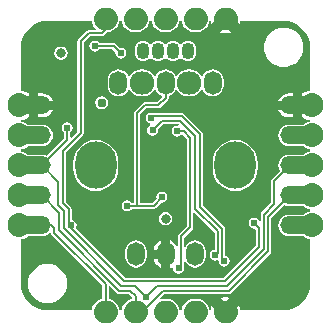
<source format=gtl>
G04*
G04 #@! TF.GenerationSoftware,Altium Limited,Altium Designer,18.1.6 (161)*
G04*
G04 Layer_Physical_Order=1*
G04 Layer_Color=255*
%FSLAX25Y25*%
%MOIN*%
G70*
G01*
G75*
%ADD11C,0.00800*%
%ADD26C,0.03937*%
%ADD27O,0.11811X0.05906*%
%ADD28O,0.04331X0.05512*%
%ADD29O,0.05900X0.07800*%
%ADD30O,0.08100X0.07800*%
%ADD31O,0.13780X0.15748*%
%ADD32O,0.08000X0.07500*%
%ADD33O,0.07500X0.08000*%
%ADD34C,0.02400*%
%ADD35C,0.03200*%
%ADD36C,0.03100*%
G36*
X41094Y48035D02*
X42751Y47533D01*
X44279Y46716D01*
X45617Y45617D01*
X46716Y44279D01*
X47533Y42751D01*
X48035Y41094D01*
X48201Y39411D01*
X48193Y39370D01*
Y24961D01*
X47560Y24878D01*
X46404Y24399D01*
X45867Y23987D01*
X45594D01*
Y20000D01*
Y16013D01*
X45867D01*
X46404Y15601D01*
X47560Y15122D01*
X48106Y15050D01*
Y14546D01*
X47664Y14488D01*
X46606Y14050D01*
X45998Y13583D01*
X41142D01*
X40214Y13461D01*
X39350Y13103D01*
X38608Y12534D01*
X38038Y11792D01*
X37680Y10927D01*
X37558Y10000D01*
X37680Y9072D01*
X38038Y8208D01*
X38608Y7466D01*
X39350Y6897D01*
X40214Y6539D01*
X41142Y6417D01*
X45998D01*
X46606Y5950D01*
X47664Y5512D01*
X48193Y5442D01*
Y4558D01*
X47664Y4488D01*
X46606Y4050D01*
X45998Y3583D01*
X41142D01*
X40214Y3461D01*
X39350Y3103D01*
X38608Y2534D01*
X38038Y1792D01*
X37680Y927D01*
X37558Y0D01*
X37680Y-927D01*
X38038Y-1792D01*
X38067Y-1829D01*
X35500Y-4397D01*
X35278Y-4728D01*
X35201Y-5118D01*
Y-12433D01*
X31956Y-15678D01*
X31735Y-16008D01*
X31658Y-16399D01*
Y-18405D01*
X31158Y-18491D01*
X30825Y-17994D01*
X30230Y-17596D01*
X29528Y-17456D01*
X28825Y-17596D01*
X28230Y-17994D01*
X27832Y-18589D01*
X27692Y-19291D01*
X27832Y-19994D01*
X28230Y-20589D01*
X28825Y-20987D01*
X29528Y-21127D01*
X29622Y-21108D01*
X30058Y-21482D01*
Y-26768D01*
X19263Y-37563D01*
X-13279D01*
X-29936Y-20905D01*
X-29801Y-20702D01*
X-29661Y-20000D01*
X-29801Y-19298D01*
X-30198Y-18702D01*
X-30794Y-18304D01*
X-31277Y-18208D01*
Y-14448D01*
X-31354Y-14058D01*
X-31575Y-13727D01*
X-33099Y-12203D01*
Y4534D01*
X-27626Y10008D01*
X-27404Y10339D01*
X-27327Y10729D01*
Y40916D01*
X-25128Y43115D01*
X-21220D01*
X-20830Y43193D01*
X-20499Y43414D01*
X-19462Y44450D01*
X-18614Y44562D01*
X-17556Y45000D01*
X-16647Y45698D01*
X-15950Y46606D01*
X-15512Y47664D01*
X-15442Y48193D01*
X-14558D01*
X-14488Y47664D01*
X-14050Y46606D01*
X-13352Y45698D01*
X-12444Y45000D01*
X-11386Y44562D01*
X-10250Y44412D01*
X-9750D01*
X-8614Y44562D01*
X-7556Y45000D01*
X-6647Y45698D01*
X-5950Y46606D01*
X-5512Y47664D01*
X-5442Y48193D01*
X-4558D01*
X-4488Y47664D01*
X-4050Y46606D01*
X-3353Y45698D01*
X-2444Y45000D01*
X-1386Y44562D01*
X-250Y44412D01*
X250D01*
X1386Y44562D01*
X2444Y45000D01*
X3353Y45698D01*
X4050Y46606D01*
X4488Y47664D01*
X4558Y48193D01*
X5442D01*
X5512Y47664D01*
X5950Y46606D01*
X6647Y45698D01*
X7556Y45000D01*
X8614Y44562D01*
X9750Y44412D01*
X10250D01*
X11386Y44562D01*
X12444Y45000D01*
X13352Y45698D01*
X14050Y46606D01*
X14488Y47664D01*
X14546Y48106D01*
X15050D01*
X15122Y47560D01*
X15601Y46404D01*
X16362Y45412D01*
X17355Y44651D01*
X18510Y44172D01*
X19750Y44009D01*
X20250D01*
X21490Y44172D01*
X22646Y44651D01*
X23638Y45412D01*
X24399Y46404D01*
X24878Y47560D01*
X24961Y48193D01*
X39370D01*
X39411Y48201D01*
X41094Y48035D01*
D02*
G37*
G36*
X-39370Y48193D02*
X-24558D01*
X-24488Y47664D01*
X-24050Y46606D01*
X-23352Y45698D01*
X-23261Y45628D01*
X-23422Y45154D01*
X-25550D01*
X-25941Y45077D01*
X-26272Y44855D01*
X-29067Y42059D01*
X-29288Y41729D01*
X-29366Y41339D01*
Y11152D01*
X-31280Y9238D01*
X-31742Y9429D01*
Y11127D01*
X-31464Y11313D01*
X-31066Y11909D01*
X-30926Y12611D01*
X-31066Y13313D01*
X-31464Y13909D01*
X-32059Y14306D01*
X-32762Y14446D01*
X-33464Y14306D01*
X-34059Y13909D01*
X-34457Y13313D01*
X-34597Y12611D01*
X-34457Y11909D01*
X-34059Y11313D01*
X-33781Y11127D01*
Y8999D01*
X-39581Y3199D01*
X-40214Y3461D01*
X-41142Y3583D01*
X-45998D01*
X-46606Y4050D01*
X-47664Y4488D01*
X-48193Y4558D01*
Y5442D01*
X-47664Y5512D01*
X-46606Y5950D01*
X-45998Y6417D01*
X-41142D01*
X-40214Y6539D01*
X-39350Y6897D01*
X-38608Y7466D01*
X-38038Y8208D01*
X-37680Y9072D01*
X-37558Y10000D01*
X-37680Y10927D01*
X-38038Y11792D01*
X-38608Y12534D01*
X-39350Y13103D01*
X-40214Y13461D01*
X-41142Y13583D01*
X-45998D01*
X-46606Y14050D01*
X-47664Y14488D01*
X-48106Y14546D01*
Y15050D01*
X-47560Y15122D01*
X-46404Y15601D01*
X-45867Y16013D01*
X-45594D01*
Y20000D01*
Y23987D01*
X-45867D01*
X-46404Y24399D01*
X-47560Y24878D01*
X-48193Y24961D01*
Y39370D01*
X-48201Y39411D01*
X-48035Y41094D01*
X-47533Y42751D01*
X-46716Y44279D01*
X-45617Y45617D01*
X-44279Y46716D01*
X-42751Y47533D01*
X-41094Y48035D01*
X-39411Y48201D01*
X-39370Y48193D01*
D02*
G37*
G36*
X-16091Y-42504D02*
X-15760Y-42725D01*
X-15370Y-42802D01*
X-12126D01*
X-11020Y-43908D01*
Y-44514D01*
X-11386Y-44562D01*
X-12444Y-45000D01*
X-13352Y-45698D01*
X-14050Y-46606D01*
X-14488Y-47664D01*
X-14558Y-48193D01*
X-15442D01*
X-15512Y-47664D01*
X-15950Y-46606D01*
X-16647Y-45698D01*
X-17556Y-45000D01*
X-18614Y-44562D01*
X-18980Y-44514D01*
Y-40268D01*
X-18519Y-40076D01*
X-16091Y-42504D01*
D02*
G37*
G36*
X40214Y-13461D02*
X41142Y-13583D01*
X45998D01*
X46606Y-14050D01*
X47664Y-14488D01*
X48193Y-14558D01*
Y-15442D01*
X47664Y-15512D01*
X46606Y-15950D01*
X45998Y-16417D01*
X41142D01*
X40214Y-16539D01*
X39350Y-16897D01*
X38608Y-17466D01*
X38038Y-18208D01*
X37680Y-19073D01*
X37558Y-20000D01*
X37680Y-20928D01*
X38038Y-21792D01*
X38608Y-22534D01*
X39350Y-23103D01*
X40214Y-23461D01*
X41142Y-23583D01*
X45998D01*
X46606Y-24050D01*
X47664Y-24488D01*
X48193Y-24558D01*
Y-39370D01*
X48201Y-39411D01*
X48035Y-41094D01*
X47533Y-42751D01*
X46716Y-44279D01*
X45617Y-45617D01*
X44279Y-46716D01*
X42751Y-47533D01*
X41094Y-48035D01*
X39411Y-48201D01*
X39370Y-48193D01*
X24961D01*
X24878Y-47560D01*
X24399Y-46404D01*
X23638Y-45412D01*
X22646Y-44651D01*
X21490Y-44172D01*
X20250Y-44009D01*
X19750D01*
X18510Y-44172D01*
X17355Y-44651D01*
X16362Y-45412D01*
X15601Y-46404D01*
X15122Y-47560D01*
X15050Y-48106D01*
X14546D01*
X14488Y-47664D01*
X14050Y-46606D01*
X13352Y-45698D01*
X12444Y-45000D01*
X11386Y-44562D01*
X10250Y-44412D01*
X9750D01*
X8614Y-44562D01*
X7556Y-45000D01*
X6647Y-45698D01*
X5950Y-46606D01*
X5512Y-47664D01*
X5442Y-48193D01*
X4558D01*
X4488Y-47664D01*
X4050Y-46606D01*
X3353Y-45698D01*
X2444Y-45000D01*
X1386Y-44562D01*
X250Y-44412D01*
X-250D01*
X-1386Y-44562D01*
X-1526Y-44620D01*
X-1810Y-44196D01*
X-416Y-42802D01*
X21011D01*
X21401Y-42725D01*
X21732Y-42504D01*
X34998Y-29237D01*
X35219Y-28906D01*
X35297Y-28516D01*
Y-17484D01*
X39581Y-13199D01*
X40214Y-13461D01*
D02*
G37*
G36*
X-38070Y-22654D02*
X-38038Y-22814D01*
X-37817Y-23145D01*
X-21020Y-39943D01*
Y-44514D01*
X-21386Y-44562D01*
X-22444Y-45000D01*
X-23352Y-45698D01*
X-24050Y-46606D01*
X-24488Y-47664D01*
X-24558Y-48193D01*
X-39370D01*
X-39411Y-48201D01*
X-41094Y-48035D01*
X-42751Y-47533D01*
X-44279Y-46716D01*
X-45617Y-45617D01*
X-46716Y-44279D01*
X-47533Y-42751D01*
X-48035Y-41094D01*
X-48201Y-39411D01*
X-48193Y-39370D01*
Y-24558D01*
X-47664Y-24488D01*
X-46606Y-24050D01*
X-45998Y-23583D01*
X-41142D01*
X-40214Y-23461D01*
X-39350Y-23103D01*
X-38608Y-22534D01*
X-38605Y-22530D01*
X-38070Y-22654D01*
D02*
G37*
%LPC*%
G36*
X7500Y41569D02*
X6778Y41474D01*
X6105Y41195D01*
X5528Y40752D01*
X5314Y40473D01*
X4686D01*
X4472Y40752D01*
X3895Y41195D01*
X3222Y41474D01*
X2500Y41569D01*
X1778Y41474D01*
X1105Y41195D01*
X528Y40752D01*
X314Y40473D01*
X-314D01*
X-528Y40752D01*
X-1105Y41195D01*
X-1778Y41474D01*
X-2500Y41569D01*
X-3222Y41474D01*
X-3895Y41195D01*
X-4472Y40752D01*
X-4686Y40473D01*
X-5314D01*
X-5528Y40752D01*
X-6105Y41195D01*
X-6778Y41474D01*
X-7500Y41569D01*
X-8222Y41474D01*
X-8895Y41195D01*
X-9472Y40752D01*
X-9916Y40174D01*
X-10194Y39501D01*
X-10289Y38780D01*
Y37598D01*
X-10194Y36876D01*
X-9916Y36204D01*
X-9472Y35626D01*
X-8895Y35183D01*
X-8222Y34904D01*
X-7500Y34809D01*
X-6778Y34904D01*
X-6105Y35183D01*
X-5528Y35626D01*
X-5314Y35905D01*
X-4686D01*
X-4472Y35626D01*
X-3895Y35183D01*
X-3222Y34904D01*
X-2500Y34809D01*
X-1778Y34904D01*
X-1105Y35183D01*
X-528Y35626D01*
X-314Y35905D01*
X314D01*
X528Y35626D01*
X1105Y35183D01*
X1778Y34904D01*
X2500Y34809D01*
X3222Y34904D01*
X3895Y35183D01*
X4472Y35626D01*
X4686Y35905D01*
X5314D01*
X5528Y35626D01*
X6105Y35183D01*
X6778Y34904D01*
X7500Y34809D01*
X8222Y34904D01*
X8895Y35183D01*
X9472Y35626D01*
X9916Y36204D01*
X10194Y36876D01*
X10289Y37598D01*
Y38780D01*
X10194Y39501D01*
X9916Y40174D01*
X9472Y40752D01*
X8895Y41195D01*
X8222Y41474D01*
X7500Y41569D01*
D02*
G37*
G36*
X-23556Y41599D02*
X-24258Y41459D01*
X-24853Y41061D01*
X-25251Y40466D01*
X-25391Y39764D01*
X-25251Y39061D01*
X-24853Y38466D01*
X-24258Y38068D01*
X-23556Y37929D01*
X-22853Y38068D01*
X-22258Y38466D01*
X-22072Y38744D01*
X-17745D01*
X-16731Y37730D01*
X-16796Y37402D01*
X-16656Y36699D01*
X-16258Y36104D01*
X-15663Y35706D01*
X-14961Y35566D01*
X-14258Y35706D01*
X-13663Y36104D01*
X-13265Y36699D01*
X-13125Y37402D01*
X-13265Y38104D01*
X-13663Y38699D01*
X-14258Y39097D01*
X-14961Y39237D01*
X-15289Y39172D01*
X-16602Y40485D01*
X-16933Y40706D01*
X-17323Y40783D01*
X-22072D01*
X-22258Y41061D01*
X-22853Y41459D01*
X-23556Y41599D01*
D02*
G37*
G36*
X39370Y45907D02*
X38095Y45781D01*
X36869Y45410D01*
X35738Y44805D01*
X34748Y43992D01*
X33935Y43002D01*
X33331Y41872D01*
X32959Y40645D01*
X32833Y39370D01*
X32959Y38095D01*
X33331Y36869D01*
X33935Y35738D01*
X34748Y34748D01*
X35738Y33935D01*
X36869Y33331D01*
X38095Y32959D01*
X39370Y32833D01*
X40645Y32959D01*
X41872Y33331D01*
X43002Y33935D01*
X43992Y34748D01*
X44805Y35738D01*
X45410Y36869D01*
X45781Y38095D01*
X45907Y39370D01*
X45781Y40645D01*
X45410Y41872D01*
X44805Y43002D01*
X43992Y43992D01*
X43002Y44805D01*
X41872Y45410D01*
X40645Y45781D01*
X39370Y45907D01*
D02*
G37*
G36*
X8024Y32098D02*
X7724D01*
X6549Y31943D01*
X5455Y31490D01*
X4515Y30768D01*
X3822Y29866D01*
X3647Y29843D01*
X3274Y29882D01*
X3101Y30299D01*
X2532Y31041D01*
X1790Y31610D01*
X927Y31968D01*
X0Y32090D01*
X-927Y31968D01*
X-1790Y31610D01*
X-2532Y31041D01*
X-3101Y30299D01*
X-3274Y29882D01*
X-3647Y29843D01*
X-3822Y29866D01*
X-4515Y30768D01*
X-5455Y31490D01*
X-6549Y31943D01*
X-7724Y32098D01*
X-8024D01*
X-9199Y31943D01*
X-10293Y31490D01*
X-11233Y30768D01*
X-11926Y29866D01*
X-12101Y29844D01*
X-12474Y29882D01*
X-12647Y30299D01*
X-13216Y31041D01*
X-13958Y31610D01*
X-14821Y31968D01*
X-15748Y32090D01*
X-16675Y31968D01*
X-17538Y31610D01*
X-18280Y31041D01*
X-18849Y30299D01*
X-19207Y29436D01*
X-19329Y28509D01*
Y26609D01*
X-19207Y25682D01*
X-18849Y24819D01*
X-18280Y24077D01*
X-17538Y23508D01*
X-16675Y23150D01*
X-15748Y23028D01*
X-14821Y23150D01*
X-13958Y23508D01*
X-13216Y24077D01*
X-12647Y24819D01*
X-12474Y25237D01*
X-12101Y25275D01*
X-11926Y25253D01*
X-11233Y24350D01*
X-10293Y23628D01*
X-9199Y23175D01*
X-8024Y23020D01*
X-7724D01*
X-6549Y23175D01*
X-5455Y23628D01*
X-4515Y24350D01*
X-3822Y25253D01*
X-3647Y25275D01*
X-3274Y25237D01*
X-3101Y24819D01*
X-2532Y24077D01*
X-1790Y23508D01*
X-1230Y23276D01*
X-1156Y22727D01*
X-2785Y21098D01*
X-6770D01*
X-7160Y21021D01*
X-7491Y20800D01*
X-10170Y18121D01*
X-10391Y17790D01*
X-10468Y17400D01*
Y-12366D01*
X-11316D01*
X-11502Y-12088D01*
X-12097Y-11690D01*
X-12800Y-11551D01*
X-13502Y-11690D01*
X-14097Y-12088D01*
X-14495Y-12684D01*
X-14635Y-13386D01*
X-14495Y-14088D01*
X-14097Y-14683D01*
X-13502Y-15081D01*
X-12800Y-15221D01*
X-12097Y-15081D01*
X-11502Y-14683D01*
X-11316Y-14405D01*
X-3962D01*
X-3572Y-14328D01*
X-3241Y-14107D01*
X-1534Y-12400D01*
X-1206Y-12465D01*
X-504Y-12325D01*
X91Y-11928D01*
X489Y-11332D01*
X629Y-10630D01*
X489Y-9928D01*
X91Y-9332D01*
X-504Y-8934D01*
X-1206Y-8795D01*
X-1909Y-8934D01*
X-2504Y-9332D01*
X-2902Y-9928D01*
X-3042Y-10630D01*
X-2976Y-10958D01*
X-4385Y-12366D01*
X-8429D01*
Y16978D01*
X-6348Y19059D01*
X-2362D01*
X-1972Y19137D01*
X-1641Y19358D01*
X721Y21720D01*
X942Y22051D01*
X1020Y22441D01*
Y23189D01*
X1790Y23508D01*
X2532Y24077D01*
X3101Y24819D01*
X3274Y25237D01*
X3647Y25275D01*
X3822Y25253D01*
X4515Y24350D01*
X5455Y23628D01*
X6549Y23175D01*
X7724Y23020D01*
X8024D01*
X9199Y23175D01*
X10293Y23628D01*
X11233Y24350D01*
X11926Y25253D01*
X12101Y25275D01*
X12474Y25237D01*
X12647Y24819D01*
X13216Y24077D01*
X13958Y23508D01*
X14821Y23150D01*
X15748Y23028D01*
X16675Y23150D01*
X17538Y23508D01*
X18280Y24077D01*
X18849Y24819D01*
X19207Y25682D01*
X19329Y26609D01*
Y28509D01*
X19207Y29436D01*
X18849Y30299D01*
X18280Y31041D01*
X17538Y31610D01*
X16675Y31968D01*
X15748Y32090D01*
X14821Y31968D01*
X13958Y31610D01*
X13216Y31041D01*
X12647Y30299D01*
X12474Y29882D01*
X12101Y29844D01*
X11926Y29866D01*
X11233Y30768D01*
X10293Y31490D01*
X9199Y31943D01*
X8024Y32098D01*
D02*
G37*
G36*
X42595Y23987D02*
X41142D01*
X40110Y23851D01*
X39148Y23453D01*
X38323Y22819D01*
X37689Y21993D01*
X37485Y21500D01*
X42595D01*
Y23987D01*
D02*
G37*
G36*
X-21260Y23058D02*
X-22099Y22891D01*
X-22810Y22416D01*
X-23285Y21705D01*
X-23452Y20866D01*
X-23285Y20027D01*
X-22810Y19316D01*
X-22099Y18841D01*
X-21260Y18674D01*
X-20421Y18841D01*
X-19710Y19316D01*
X-19235Y20027D01*
X-19068Y20866D01*
X-19235Y21705D01*
X-19710Y22416D01*
X-20421Y22891D01*
X-21260Y23058D01*
D02*
G37*
G36*
X42595Y18500D02*
X37485D01*
X37689Y18007D01*
X38323Y17181D01*
X39148Y16547D01*
X40110Y16149D01*
X41142Y16013D01*
X42595D01*
Y18500D01*
D02*
G37*
G36*
X-4724Y17583D02*
X-5427Y17444D01*
X-6022Y17046D01*
X-6420Y16450D01*
X-6560Y15748D01*
X-6420Y15046D01*
X-6022Y14450D01*
X-5427Y14052D01*
X-5134Y13994D01*
X-5066Y13667D01*
X-5082Y13474D01*
X-5628Y13109D01*
X-6026Y12513D01*
X-6166Y11811D01*
X-6026Y11109D01*
X-5628Y10513D01*
X-5033Y10115D01*
X-4331Y9976D01*
X-3628Y10115D01*
X-3033Y10513D01*
X-2635Y11109D01*
X-2495Y11811D01*
X-2561Y12139D01*
X-784Y13916D01*
X4239D01*
X4434Y13664D01*
X4152Y13210D01*
X3937Y13253D01*
X3235Y13113D01*
X2639Y12715D01*
X2241Y12120D01*
X2102Y11417D01*
X2241Y10715D01*
X2639Y10120D01*
X3235Y9722D01*
X3937Y9582D01*
X4639Y9722D01*
X5235Y10120D01*
X5240Y10128D01*
X5848Y10178D01*
X7248Y8778D01*
Y-20050D01*
X4397Y-22901D01*
X4176Y-23232D01*
X4098Y-23622D01*
Y-26844D01*
X3599Y-26943D01*
X3450Y-26586D01*
X2817Y-25760D01*
X1992Y-25127D01*
X1500Y-24923D01*
Y-29528D01*
Y-34132D01*
X1992Y-33928D01*
X2060Y-33875D01*
X2514Y-34157D01*
X2495Y-34252D01*
X2635Y-34954D01*
X3033Y-35550D01*
X3628Y-35947D01*
X4331Y-36087D01*
X5033Y-35947D01*
X5628Y-35550D01*
X6026Y-34954D01*
X6166Y-34252D01*
X6073Y-33787D01*
X6138Y-33465D01*
Y-32116D01*
X6638Y-32017D01*
X6742Y-32268D01*
X7311Y-33009D01*
X8052Y-33579D01*
X8916Y-33936D01*
X9843Y-34058D01*
X10769Y-33936D01*
X11633Y-33579D01*
X12374Y-33009D01*
X12943Y-32268D01*
X13301Y-31404D01*
X13423Y-30478D01*
Y-28578D01*
X13301Y-27651D01*
X12943Y-26787D01*
X12374Y-26046D01*
X11633Y-25477D01*
X10769Y-25119D01*
X9843Y-24997D01*
X8916Y-25119D01*
X8052Y-25477D01*
X7311Y-26046D01*
X6742Y-26787D01*
X6638Y-27038D01*
X6138Y-26939D01*
Y-24044D01*
X8989Y-21193D01*
X9210Y-20863D01*
X9287Y-20472D01*
Y-16007D01*
X9749Y-15816D01*
X16342Y-22409D01*
Y-28124D01*
X15833Y-28226D01*
X15238Y-28624D01*
X14840Y-29219D01*
X14700Y-29921D01*
X14840Y-30624D01*
X15238Y-31219D01*
X15833Y-31617D01*
X16535Y-31756D01*
X17238Y-31617D01*
X17251Y-31608D01*
X17705Y-31890D01*
X17845Y-32592D01*
X18243Y-33187D01*
X18838Y-33585D01*
X19540Y-33725D01*
X20243Y-33585D01*
X20838Y-33187D01*
X21236Y-32592D01*
X21376Y-31890D01*
X21236Y-31187D01*
X20838Y-30592D01*
X20243Y-30194D01*
X19981Y-30142D01*
Y-21324D01*
X19904Y-20934D01*
X19683Y-20603D01*
X12487Y-13408D01*
Y10480D01*
X12410Y10870D01*
X12189Y11201D01*
X6133Y17256D01*
X5802Y17477D01*
X5412Y17555D01*
X-3937D01*
X-4260Y17491D01*
X-4724Y17583D01*
D02*
G37*
G36*
X23228Y8510D02*
X21760Y8366D01*
X20348Y7937D01*
X19047Y7242D01*
X17907Y6306D01*
X16971Y5165D01*
X16275Y3864D01*
X15847Y2452D01*
X15702Y984D01*
Y-984D01*
X15847Y-2452D01*
X16275Y-3864D01*
X16971Y-5165D01*
X17907Y-6306D01*
X19047Y-7242D01*
X20348Y-7937D01*
X21760Y-8366D01*
X23228Y-8510D01*
X24697Y-8366D01*
X26108Y-7937D01*
X27410Y-7242D01*
X28550Y-6306D01*
X29486Y-5165D01*
X30182Y-3864D01*
X30610Y-2452D01*
X30754Y-984D01*
Y984D01*
X30610Y2452D01*
X30182Y3864D01*
X29486Y5165D01*
X28550Y6306D01*
X27410Y7242D01*
X26108Y7937D01*
X24697Y8366D01*
X23228Y8510D01*
D02*
G37*
G36*
X-23228D02*
X-24697Y8366D01*
X-26108Y7937D01*
X-27410Y7242D01*
X-28550Y6306D01*
X-29486Y5165D01*
X-30182Y3864D01*
X-30610Y2452D01*
X-30754Y984D01*
Y-984D01*
X-30610Y-2452D01*
X-30182Y-3864D01*
X-29486Y-5165D01*
X-28550Y-6306D01*
X-27410Y-7242D01*
X-26108Y-7937D01*
X-24697Y-8366D01*
X-23228Y-8510D01*
X-21760Y-8366D01*
X-20348Y-7937D01*
X-19047Y-7242D01*
X-17907Y-6306D01*
X-16971Y-5165D01*
X-16275Y-3864D01*
X-15847Y-2452D01*
X-15702Y-984D01*
Y984D01*
X-15847Y2452D01*
X-16275Y3864D01*
X-16971Y5165D01*
X-17907Y6306D01*
X-19047Y7242D01*
X-20348Y7937D01*
X-21760Y8366D01*
X-23228Y8510D01*
D02*
G37*
G36*
X0Y-15473D02*
X-858Y-15644D01*
X-1586Y-16130D01*
X-2072Y-16858D01*
X-2243Y-17717D01*
X-2072Y-18575D01*
X-1586Y-19303D01*
X-858Y-19789D01*
X0Y-19960D01*
X858Y-19789D01*
X1586Y-19303D01*
X2072Y-18575D01*
X2243Y-17717D01*
X2072Y-16858D01*
X1586Y-16130D01*
X858Y-15644D01*
X0Y-15473D01*
D02*
G37*
G36*
X-1500Y-24923D02*
X-1992Y-25127D01*
X-2817Y-25760D01*
X-3450Y-26586D01*
X-3848Y-27546D01*
X-3912Y-28028D01*
X-1500D01*
Y-24923D01*
D02*
G37*
G36*
X-9843Y-24997D02*
X-10769Y-25119D01*
X-11633Y-25477D01*
X-12374Y-26046D01*
X-12943Y-26787D01*
X-13301Y-27651D01*
X-13423Y-28578D01*
Y-30478D01*
X-13301Y-31404D01*
X-12943Y-32268D01*
X-12374Y-33009D01*
X-11633Y-33579D01*
X-10769Y-33936D01*
X-9843Y-34058D01*
X-8916Y-33936D01*
X-8052Y-33579D01*
X-7311Y-33009D01*
X-6742Y-32268D01*
X-6384Y-31404D01*
X-6262Y-30478D01*
Y-28578D01*
X-6384Y-27651D01*
X-6742Y-26787D01*
X-7311Y-26046D01*
X-8052Y-25477D01*
X-8916Y-25119D01*
X-9843Y-24997D01*
D02*
G37*
G36*
X-1500Y-31028D02*
X-3912D01*
X-3848Y-31509D01*
X-3450Y-32470D01*
X-2817Y-33295D01*
X-1992Y-33928D01*
X-1500Y-34132D01*
Y-31028D01*
D02*
G37*
G36*
X-34843Y39645D02*
X-35701Y39474D01*
X-36429Y38988D01*
X-36915Y38260D01*
X-37086Y37402D01*
X-36915Y36543D01*
X-36429Y35816D01*
X-35701Y35329D01*
X-34843Y35159D01*
X-33984Y35329D01*
X-33256Y35816D01*
X-32770Y36543D01*
X-32599Y37402D01*
X-32770Y38260D01*
X-33256Y38988D01*
X-33984Y39474D01*
X-34843Y39645D01*
D02*
G37*
G36*
X-41142Y23987D02*
X-42595D01*
Y21500D01*
X-37485D01*
X-37689Y21993D01*
X-38323Y22819D01*
X-39148Y23453D01*
X-40110Y23851D01*
X-41142Y23987D01*
D02*
G37*
G36*
X-37485Y18500D02*
X-42595D01*
Y16013D01*
X-41142D01*
X-40110Y16149D01*
X-39148Y16547D01*
X-38323Y17181D01*
X-37689Y18007D01*
X-37485Y18500D01*
D02*
G37*
G36*
X-39370Y-32833D02*
X-40645Y-32959D01*
X-41872Y-33331D01*
X-43002Y-33935D01*
X-43992Y-34748D01*
X-44805Y-35738D01*
X-45410Y-36869D01*
X-45781Y-38095D01*
X-45907Y-39370D01*
X-45781Y-40645D01*
X-45410Y-41872D01*
X-44805Y-43002D01*
X-43992Y-43992D01*
X-43002Y-44805D01*
X-41872Y-45410D01*
X-40645Y-45781D01*
X-39370Y-45907D01*
X-38095Y-45781D01*
X-36869Y-45410D01*
X-35738Y-44805D01*
X-34748Y-43992D01*
X-33935Y-43002D01*
X-33331Y-41872D01*
X-32959Y-40645D01*
X-32833Y-39370D01*
X-32959Y-38095D01*
X-33331Y-36869D01*
X-33935Y-35738D01*
X-34748Y-34748D01*
X-35738Y-33935D01*
X-36869Y-33331D01*
X-38095Y-32959D01*
X-39370Y-32833D01*
D02*
G37*
%LPD*%
D11*
X8268Y-20472D02*
Y9200D01*
X6051Y11417D02*
X8268Y9200D01*
X3937Y11417D02*
X6051D01*
X-10236Y-40183D02*
X-6578Y-43841D01*
X-2920Y-40183D01*
X-7855Y-48800D02*
X-838Y-41783D01*
X18962Y-30889D02*
Y-21324D01*
X18898Y-30953D02*
X18962Y-30889D01*
X18898Y-31247D02*
Y-30953D01*
X11468Y-13830D02*
X18962Y-21324D01*
X18898Y-31247D02*
X19540Y-31890D01*
X16535Y-29921D02*
X17362Y-29095D01*
X9868Y-14493D02*
X17362Y-21987D01*
Y-29095D02*
Y-21987D01*
X5118Y-23622D02*
X8268Y-20472D01*
X5118Y-33465D02*
Y-23622D01*
X4331Y-34252D02*
X5118Y-33465D01*
X-13701Y-38583D02*
X19685D01*
X-2920Y-40183D02*
X20348D01*
X-838Y-41783D02*
X21011D01*
X-28346Y10729D02*
Y41339D01*
X-34119Y4957D02*
X-28346Y10729D01*
X-34119Y-12625D02*
Y4957D01*
X-32762Y8577D02*
Y12611D01*
X-41339Y0D02*
X-32762Y8577D01*
X-6770Y20079D02*
X-2362D01*
X-9449Y17400D02*
X-6770Y20079D01*
X-9449Y-13386D02*
Y17400D01*
X-2362Y20079D02*
X0Y22441D01*
X-37096Y-22424D02*
X-20000Y-39520D01*
X-37096Y-22424D02*
Y-20973D01*
X-20000Y-48800D02*
Y-39520D01*
X-34119Y-12625D02*
X-32296Y-14448D01*
Y-19200D02*
Y-14448D01*
Y-19200D02*
X-31496Y-20000D01*
X-33896Y-20994D02*
Y-15180D01*
X-35827Y-13249D02*
X-33896Y-15180D01*
X-41339Y-10000D02*
X-35496Y-15843D01*
Y-21657D02*
Y-15843D01*
X-10000Y-47613D02*
Y-43486D01*
X-11703Y-41783D02*
X-10000Y-43486D01*
X-15370Y-41783D02*
X-11703D01*
X-35496Y-21657D02*
X-15370Y-41783D01*
X-14707Y-40183D02*
X-10236D01*
X-31496Y-20787D02*
X-13701Y-38583D01*
X-38069Y-20000D02*
X-37096Y-20973D01*
X-33896Y-20994D02*
X-14707Y-40183D01*
X-31496Y-20787D02*
Y-20000D01*
X-28346Y41339D02*
X-25550Y44135D01*
X36220Y-5118D02*
X41339Y0D01*
X36220Y-12855D02*
Y-5118D01*
X32677Y-16399D02*
X36220Y-12855D01*
X32677Y-27853D02*
Y-16399D01*
X34277Y-17061D02*
X41339Y-10000D01*
X34277Y-28516D02*
Y-17061D01*
X-12800Y-13386D02*
X-9449D01*
X-3962D01*
X-1206Y-10630D01*
X0Y22441D02*
Y27559D01*
X29528Y-19291D02*
X31077Y-20841D01*
Y-27191D02*
Y-20841D01*
X20348Y-40183D02*
X32677Y-27853D01*
X21011Y-41783D02*
X34277Y-28516D01*
X-20000Y45354D02*
Y48800D01*
X-21220Y44135D02*
X-20000Y45354D01*
X-25550Y44135D02*
X-21220D01*
X19685Y-38583D02*
X31077Y-27191D01*
X-10000Y-48800D02*
X-7855D01*
X-23556Y39764D02*
X-17323D01*
X-14961Y37402D01*
X-41339Y0D02*
X-35827Y-5512D01*
Y-13249D02*
Y-5512D01*
X9868Y-14493D02*
Y9817D01*
X11468Y-13830D02*
Y10480D01*
X5412Y16535D02*
X11468Y10480D01*
X4750Y14935D02*
X9868Y9817D01*
X-4331Y11811D02*
X-1206Y14935D01*
X-41339Y-20000D02*
X-38069D01*
X-41339Y-21455D02*
Y-20000D01*
X-1206Y14935D02*
X4750D01*
X-3937Y16535D02*
X5412D01*
X-4724Y15748D02*
X-3937Y16535D01*
D26*
X16402Y-45236D02*
X19894Y-48727D01*
X23617Y-45005D01*
X20000Y48800D02*
X24082Y44718D01*
X16287Y45087D02*
X20000Y48800D01*
D27*
X44094Y20000D02*
D03*
Y10000D02*
D03*
Y0D02*
D03*
Y-10000D02*
D03*
Y-20000D02*
D03*
X-44094D02*
D03*
Y-10000D02*
D03*
Y0D02*
D03*
Y10000D02*
D03*
Y20000D02*
D03*
D28*
X7500Y38189D02*
D03*
X-7500D02*
D03*
X-2500D02*
D03*
X2500D02*
D03*
D29*
X-15748Y27559D02*
D03*
X15748D02*
D03*
X0D02*
D03*
X9843Y-29528D02*
D03*
X0D02*
D03*
X-9843D02*
D03*
D30*
X-7874Y27559D02*
D03*
X7874D02*
D03*
D31*
X23228Y0D02*
D03*
X-23228D02*
D03*
D32*
X-10000Y-48800D02*
D03*
X10000D02*
D03*
X20000D02*
D03*
X-20000D02*
D03*
X0D02*
D03*
X-20000Y48800D02*
D03*
X-10000D02*
D03*
X0D02*
D03*
X10000D02*
D03*
X20000D02*
D03*
D33*
X-48800Y-20000D02*
D03*
Y-10000D02*
D03*
Y0D02*
D03*
Y10000D02*
D03*
Y20000D02*
D03*
X48800D02*
D03*
Y10000D02*
D03*
Y0D02*
D03*
Y-10000D02*
D03*
Y-20000D02*
D03*
D34*
X-2088Y2088D02*
D03*
Y-2088D02*
D03*
X2088D02*
D03*
Y2088D02*
D03*
X-6578Y-43841D02*
D03*
X16535Y-29921D02*
D03*
X-14930Y-44094D02*
D03*
X4331Y-34252D02*
D03*
X-32762Y12611D02*
D03*
X-14805Y44738D02*
D03*
X-31496Y-20000D02*
D03*
X14919Y-26779D02*
D03*
X27559Y-46505D02*
D03*
X33465Y-45276D02*
D03*
X45276Y-27559D02*
D03*
X-29528Y-37402D02*
D03*
X-37402Y-29528D02*
D03*
X-5512Y-24409D02*
D03*
X12598Y-24016D02*
D03*
X33465Y-1969D02*
D03*
Y3937D02*
D03*
Y9843D02*
D03*
Y15354D02*
D03*
Y21654D02*
D03*
X37402Y27559D02*
D03*
X31496Y31496D02*
D03*
X27559Y39370D02*
D03*
X-33465Y45276D02*
D03*
X-41339D02*
D03*
X-43307Y27559D02*
D03*
X-33465Y25591D02*
D03*
X-16295Y7409D02*
D03*
X-19106Y9317D02*
D03*
X-25591Y10630D02*
D03*
X-25748Y17181D02*
D03*
X-45276Y-29528D02*
D03*
X-27559Y-43307D02*
D03*
X-19750Y-24540D02*
D03*
X-29921Y-10000D02*
D03*
X-13077Y3150D02*
D03*
X0Y11811D02*
D03*
X2066Y-11392D02*
D03*
X0Y-22835D02*
D03*
X26772Y-15354D02*
D03*
X-12800Y-13386D02*
D03*
X-1206Y-10630D02*
D03*
X29528Y-19291D02*
D03*
X-23556Y39764D02*
D03*
X-14961Y37402D02*
D03*
X-15268Y-29134D02*
D03*
X-15317Y-24540D02*
D03*
X19540Y-31890D02*
D03*
X-4331Y11811D02*
D03*
X-4724Y15748D02*
D03*
X3937Y11417D02*
D03*
D35*
X-34843Y37402D02*
D03*
X0Y-17717D02*
D03*
D36*
X-21260Y20866D02*
D03*
M02*

</source>
